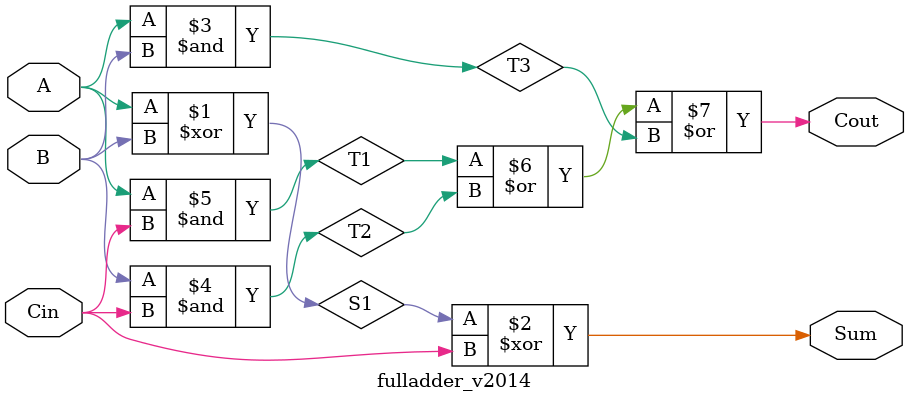
<source format=v>
module fulladder_v2014 ( 
 input wire A, B, Cin, 
 output wire Sum, Cout); 
 
 wire S1, T1, T2, T3; 
// Structural code for 1 bit full adder 
 xor U1 (S1, A, B); 
 xor U2 (Sum, S1, Cin); 
 
 and U3 (T3, A, B); 
 and U4 (T2, B, Cin); 
 and U5 (T1, A, Cin); 
 
 or U6 (Cout, T1, T2, T3); 
endmodule 
</source>
